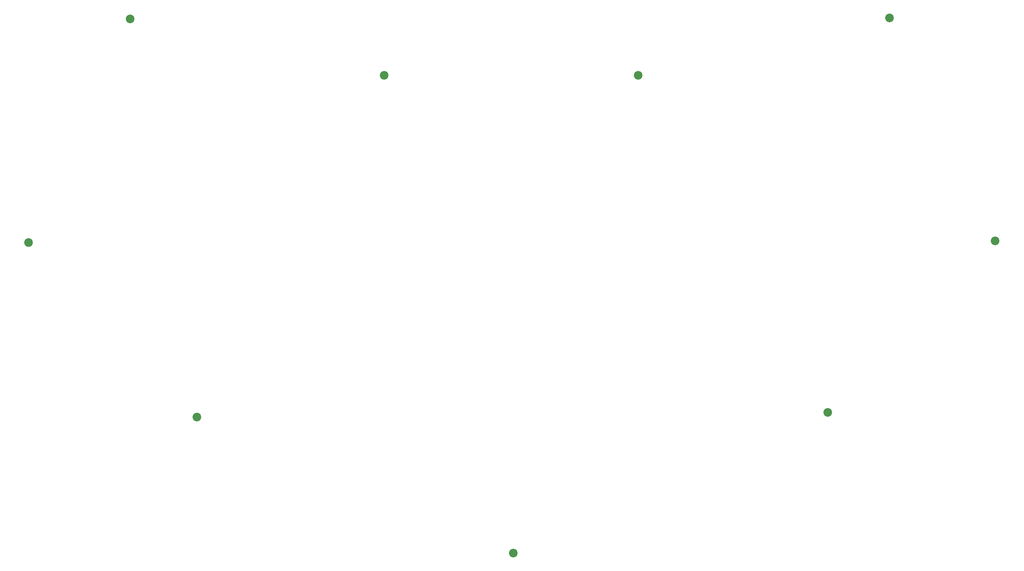
<source format=gbr>
%TF.GenerationSoftware,KiCad,Pcbnew,(5.1.10)-1*%
%TF.CreationDate,2021-09-18T02:49:05-07:00*%
%TF.ProjectId,barobord-switchplate-outside-pcb,6261726f-626f-4726-942d-737769746368,rev?*%
%TF.SameCoordinates,Original*%
%TF.FileFunction,Soldermask,Bot*%
%TF.FilePolarity,Negative*%
%FSLAX46Y46*%
G04 Gerber Fmt 4.6, Leading zero omitted, Abs format (unit mm)*
G04 Created by KiCad (PCBNEW (5.1.10)-1) date 2021-09-18 02:49:05*
%MOMM*%
%LPD*%
G01*
G04 APERTURE LIST*
%ADD10C,2.200000*%
G04 APERTURE END LIST*
D10*
%TO.C,*%
X65412593Y-128678404D03*
%TD*%
%TO.C,*%
X113162593Y-41508404D03*
%TD*%
%TO.C,*%
X177882593Y-41468404D03*
%TD*%
%TO.C,*%
X241952593Y-26808404D03*
%TD*%
%TO.C,*%
X268942593Y-83698404D03*
%TD*%
%TO.C,*%
X226262593Y-127488404D03*
%TD*%
%TO.C,*%
X146042593Y-163398404D03*
%TD*%
%TO.C,*%
X22482593Y-84148404D03*
%TD*%
%TO.C,*%
X48362593Y-27118404D03*
%TD*%
M02*

</source>
